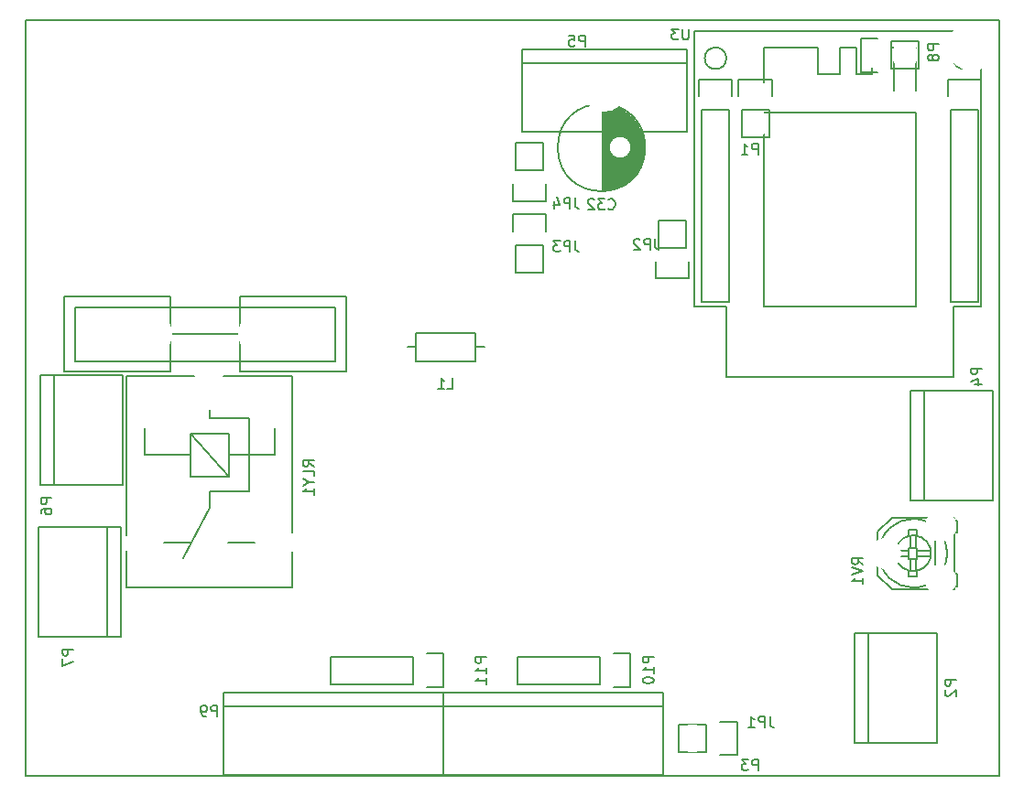
<source format=gbr>
%TF.GenerationSoftware,KiCad,Pcbnew,4.0.2+dfsg1-stable*%
%TF.CreationDate,2019-03-07T19:49:12+01:00*%
%TF.ProjectId,v2,76322E6B696361645F70636200000000,rev?*%
%TF.FileFunction,Legend,Bot*%
%FSLAX46Y46*%
G04 Gerber Fmt 4.6, Leading zero omitted, Abs format (unit mm)*
G04 Created by KiCad (PCBNEW 4.0.2+dfsg1-stable) date czw, 7 mar 2019, 19:49:12*
%MOMM*%
G01*
G04 APERTURE LIST*
%ADD10C,0.100000*%
%ADD11C,0.150000*%
%ADD12R,3.900000X3.900000*%
%ADD13C,3.900000*%
%ADD14O,2.432000X2.127200*%
%ADD15R,2.432000X2.127200*%
%ADD16C,2.700000*%
%ADD17O,2.100000X2.600000*%
%ADD18O,2.120000X2.600000*%
%ADD19C,1.900000*%
%ADD20R,2.432000X2.432000*%
%ADD21O,2.432000X2.432000*%
%ADD22R,2.940000X2.940000*%
%ADD23O,4.200000X3.400000*%
%ADD24C,4.210000*%
%ADD25R,4.210000X4.210000*%
%ADD26C,2.900000*%
%ADD27C,3.400000*%
%ADD28C,2.899360*%
%ADD29R,2.127200X2.432000*%
%ADD30O,2.127200X2.432000*%
%ADD31C,4.464000*%
%ADD32R,1.900000X1.900000*%
G04 APERTURE END LIST*
D10*
D11*
X0Y0D02*
X90000000Y0D01*
X0Y-70000000D02*
X0Y0D01*
X90000000Y-70000000D02*
X0Y-70000000D01*
X90000000Y0D02*
X90000000Y-70000000D01*
X45910500Y-2730500D02*
X45910500Y-10350500D01*
X61150500Y-2730500D02*
X61150500Y-10350500D01*
X45910500Y-4000500D02*
X61150500Y-4000500D01*
X45910500Y-10350500D02*
X61150500Y-10350500D01*
X45910500Y-2730500D02*
X61150500Y-2730500D01*
X64811000Y-33064500D02*
X65311000Y-33064500D01*
X61811000Y-26564500D02*
X64811000Y-26564500D01*
X64811000Y-33064500D02*
X64811000Y-26564500D01*
X80311000Y-2564500D02*
X78311000Y-2564500D01*
X78311000Y-2564500D02*
X78311000Y-5064500D01*
X78311000Y-5064500D02*
X76811000Y-5064500D01*
X76811000Y-5064500D02*
X76811000Y-3064500D01*
X76811000Y-3064500D02*
X76811000Y-2564500D01*
X76811000Y-2564500D02*
X75311000Y-2564500D01*
X75311000Y-2564500D02*
X75311000Y-5064500D01*
X75311000Y-5064500D02*
X74311000Y-5064500D01*
X74311000Y-5064500D02*
X73311000Y-5064500D01*
X73311000Y-5064500D02*
X73311000Y-2564500D01*
X73311000Y-2564500D02*
X68311000Y-2564500D01*
X68311000Y-2564500D02*
X68311000Y-6564500D01*
X82311000Y-6564500D02*
X82311000Y-2564500D01*
X82311000Y-2564500D02*
X80311000Y-2564500D01*
X80311000Y-2564500D02*
X80311000Y-6564500D01*
X82311000Y-8564500D02*
X82311000Y-26564500D01*
X82311000Y-26564500D02*
X69311000Y-26564500D01*
X69311000Y-26564500D02*
X68311000Y-26564500D01*
X68311000Y-26564500D02*
X68311000Y-8564500D01*
X68311000Y-8564500D02*
X82311000Y-8564500D01*
X87811000Y-3564500D02*
G75*
G03X87811000Y-3564500I-1000000J0D01*
G01*
X64811000Y-3564500D02*
G75*
G03X64811000Y-3564500I-1000000J0D01*
G01*
X88311000Y-1064500D02*
X88311000Y-26564500D01*
X88311000Y-26564500D02*
X85811000Y-26564500D01*
X85811000Y-26564500D02*
X85811000Y-33064500D01*
X85811000Y-33064500D02*
X65311000Y-33064500D01*
X61811000Y-26564500D02*
X61811000Y-1064500D01*
X61811000Y-1064500D02*
X88311000Y-1064500D01*
X65361000Y-5514500D02*
X62261000Y-5514500D01*
X65361000Y-7064500D02*
X65361000Y-5514500D01*
X62541000Y-8334500D02*
X65081000Y-8334500D01*
X62261000Y-5514500D02*
X62261000Y-7064500D01*
X65081000Y-26114500D02*
X65081000Y-8334500D01*
X62541000Y-26114500D02*
X65081000Y-26114500D01*
X62541000Y-8334500D02*
X62541000Y-26114500D01*
X85541000Y-8334500D02*
X85541000Y-26114500D01*
X85541000Y-26114500D02*
X88081000Y-26114500D01*
X88081000Y-26114500D02*
X88081000Y-8334500D01*
X85261000Y-5514500D02*
X85261000Y-7064500D01*
X85541000Y-8334500D02*
X88081000Y-8334500D01*
X88361000Y-7064500D02*
X88361000Y-5514500D01*
X88361000Y-5514500D02*
X85261000Y-5514500D01*
X62980000Y-65230000D02*
X60440000Y-65230000D01*
X65800000Y-64950000D02*
X64250000Y-64950000D01*
X62980000Y-65230000D02*
X62980000Y-67770000D01*
X64250000Y-68050000D02*
X65800000Y-68050000D01*
X65800000Y-68050000D02*
X65800000Y-64950000D01*
X62980000Y-67770000D02*
X60440000Y-67770000D01*
X60440000Y-67770000D02*
X60440000Y-65230000D01*
X2660000Y-32920000D02*
X2660000Y-43080000D01*
X1390000Y-32920000D02*
X9010000Y-32920000D01*
X9010000Y-32920000D02*
X9010000Y-43080000D01*
X9010000Y-43080000D02*
X1390000Y-43080000D01*
X1390000Y-43080000D02*
X1390000Y-32920000D01*
X7540000Y-57080000D02*
X7540000Y-46920000D01*
X8810000Y-57080000D02*
X1190000Y-57080000D01*
X1190000Y-57080000D02*
X1190000Y-46920000D01*
X1190000Y-46920000D02*
X8810000Y-46920000D01*
X8810000Y-46920000D02*
X8810000Y-57080000D01*
X19888200Y-29083000D02*
X13385800Y-29083000D01*
X19888200Y-32583120D02*
X19888200Y-25582880D01*
X28635960Y-25582880D02*
X19888200Y-25582880D01*
X28635960Y-32583120D02*
X19888200Y-32583120D01*
X5887720Y-26583640D02*
X4638040Y-26583640D01*
X6136640Y-31582360D02*
X4638040Y-31582360D01*
X18138140Y-26583640D02*
X5887720Y-26583640D01*
X17886680Y-31582360D02*
X6136640Y-31582360D01*
X28635960Y-26583640D02*
X18138140Y-26583640D01*
X28635960Y-31582360D02*
X17886680Y-31582360D01*
X28635960Y-31582360D02*
X28635960Y-26583640D01*
X29636720Y-32583120D02*
X28635960Y-32583120D01*
X29636720Y-32583120D02*
X29636720Y-25582880D01*
X29636720Y-25582880D02*
X28635960Y-25582880D01*
X4638040Y-31582360D02*
X4638040Y-26583640D01*
X13385800Y-32583120D02*
X3637280Y-32583120D01*
X3637280Y-32583120D02*
X3637280Y-25582880D01*
X13385800Y-25582880D02*
X3637280Y-25582880D01*
X13385800Y-32583120D02*
X13385800Y-25582880D01*
X36146740Y-30226000D02*
X35384740Y-30226000D01*
X41607740Y-30226000D02*
X42496740Y-30226000D01*
X36146740Y-28956000D02*
X36146740Y-31623000D01*
X36146740Y-31623000D02*
X41607740Y-31623000D01*
X41607740Y-31623000D02*
X41607740Y-28956000D01*
X41607740Y-28956000D02*
X36146740Y-28956000D01*
X66230500Y-8318500D02*
X66230500Y-10858500D01*
X65950500Y-5498500D02*
X65950500Y-7048500D01*
X66230500Y-8318500D02*
X68770500Y-8318500D01*
X69050500Y-7048500D02*
X69050500Y-5498500D01*
X69050500Y-5498500D02*
X65950500Y-5498500D01*
X68770500Y-8318500D02*
X68770500Y-10858500D01*
X68770500Y-10858500D02*
X66230500Y-10858500D01*
X77960000Y-56720000D02*
X77960000Y-66880000D01*
X76690000Y-56720000D02*
X84310000Y-56720000D01*
X84310000Y-56720000D02*
X84310000Y-66880000D01*
X84310000Y-66880000D02*
X76690000Y-66880000D01*
X76690000Y-66880000D02*
X76690000Y-56720000D01*
X38608000Y-69850000D02*
X38608000Y-62230000D01*
X58928000Y-62230000D02*
X58928000Y-69850000D01*
X58928000Y-63500000D02*
X38608000Y-63500000D01*
X38608000Y-69850000D02*
X58928000Y-69850000D01*
X38608000Y-62230000D02*
X58928000Y-62230000D01*
X83058000Y-34290000D02*
X83058000Y-44450000D01*
X81788000Y-34290000D02*
X89408000Y-34290000D01*
X89408000Y-34290000D02*
X89408000Y-44450000D01*
X89408000Y-44450000D02*
X81788000Y-44450000D01*
X81788000Y-44450000D02*
X81788000Y-34290000D01*
X80090000Y-4540000D02*
X82630000Y-4540000D01*
X77270000Y-4820000D02*
X78820000Y-4820000D01*
X80090000Y-4540000D02*
X80090000Y-2000000D01*
X78820000Y-1720000D02*
X77270000Y-1720000D01*
X77270000Y-1720000D02*
X77270000Y-4820000D01*
X80090000Y-2000000D02*
X82630000Y-2000000D01*
X82630000Y-2000000D02*
X82630000Y-4540000D01*
X24718000Y-49226500D02*
X24718000Y-52526500D01*
X24718000Y-52526500D02*
X9318000Y-52526500D01*
X9318000Y-52526500D02*
X9318000Y-49176500D01*
X18368000Y-32926500D02*
X24718000Y-32926500D01*
X24718000Y-32926500D02*
X24718000Y-47476500D01*
X15618000Y-32926500D02*
X9318000Y-32926500D01*
X9318000Y-32926500D02*
X9318000Y-47676500D01*
X9368000Y-32926500D02*
X15618000Y-32926500D01*
X21218000Y-48376500D02*
X18768000Y-48376500D01*
X12818000Y-48376500D02*
X15318000Y-48376500D01*
X23068000Y-37776500D02*
X23068000Y-40276500D01*
X17068000Y-36876500D02*
X17068000Y-36076500D01*
X11068000Y-40276500D02*
X11068000Y-37776500D01*
X17068000Y-43676500D02*
X17068000Y-45176500D01*
X17068000Y-45176500D02*
X14568000Y-49776500D01*
X20668000Y-43676500D02*
X20668000Y-36876500D01*
X17068000Y-43676500D02*
X20668000Y-43676500D01*
X17068000Y-36876500D02*
X20668000Y-36876500D01*
X11068000Y-40276500D02*
X15268000Y-40276500D01*
X18868000Y-40276500D02*
X23068000Y-40276500D01*
X18868000Y-42276500D02*
X15268000Y-38276500D01*
X18868000Y-38276500D02*
X15268000Y-38276500D01*
X15268000Y-38276500D02*
X15268000Y-42276500D01*
X15268000Y-42276500D02*
X18868000Y-42276500D01*
X18868000Y-42276500D02*
X18868000Y-38276500D01*
X81701640Y-49108360D02*
X80939640Y-49108360D01*
X81701640Y-49616360D02*
X80939640Y-49616360D01*
X83733640Y-49108360D02*
G75*
G02X82336640Y-51013360I-1651000J-254000D01*
G01*
X82209640Y-47711360D02*
G75*
G02X83733640Y-49489360I-127000J-1651000D01*
G01*
X82971640Y-50759360D02*
G75*
G02X80685640Y-50251360I-889000J1397000D01*
G01*
X80685640Y-48473360D02*
G75*
G02X82971640Y-47965360I1397000J-889000D01*
G01*
X85892640Y-46060360D02*
X85765640Y-46060360D01*
X82082640Y-46060360D02*
X83479640Y-46060360D01*
X85892640Y-52664360D02*
X85765640Y-52664360D01*
X82082640Y-52664360D02*
X83479640Y-52664360D01*
X85003640Y-48219360D02*
X85130640Y-48600360D01*
X85130640Y-48600360D02*
X85257640Y-49362360D01*
X85257640Y-49362360D02*
X85130640Y-50124360D01*
X85130640Y-50124360D02*
X85003640Y-50505360D01*
X84114640Y-48092360D02*
X84114640Y-50632360D01*
X83352640Y-52283360D02*
G75*
G02X79161640Y-50632360I-1270000J2921000D01*
G01*
X79161640Y-48092360D02*
G75*
G02X83352640Y-46441360I2921000J-1270000D01*
G01*
X78780640Y-51394360D02*
X78780640Y-50505360D01*
X78780640Y-48219360D02*
X78780640Y-47330360D01*
X81701640Y-51013360D02*
X81701640Y-51521360D01*
X81701640Y-51521360D02*
X82463640Y-51521360D01*
X82463640Y-51521360D02*
X82463640Y-51013360D01*
X81701640Y-47711360D02*
X81701640Y-47203360D01*
X81701640Y-47203360D02*
X82463640Y-47203360D01*
X82463640Y-47203360D02*
X82463640Y-47711360D01*
X82336640Y-49870360D02*
X82336640Y-51013360D01*
X81828640Y-49870360D02*
X81828640Y-51013360D01*
X82336640Y-48854360D02*
X82336640Y-47711360D01*
X81828640Y-48854360D02*
X81828640Y-47711360D01*
X82463640Y-49616360D02*
X83733640Y-49616360D01*
X82463640Y-49108360D02*
X83733640Y-49108360D01*
X81701640Y-48854360D02*
X82463640Y-48854360D01*
X82463640Y-48854360D02*
X82463640Y-49870360D01*
X82463640Y-49870360D02*
X81701640Y-49870360D01*
X81701640Y-49870360D02*
X81701640Y-48854360D01*
X78780640Y-47330360D02*
X80177640Y-46060360D01*
X80177640Y-46060360D02*
X82082640Y-46060360D01*
X78780640Y-51394360D02*
X80177640Y-52664360D01*
X80177640Y-52664360D02*
X82082640Y-52664360D01*
X85892640Y-52410360D02*
X86146640Y-52410360D01*
X86146640Y-52410360D02*
X86146640Y-51267360D01*
X86146640Y-51267360D02*
X85892640Y-51267360D01*
X85892640Y-46314360D02*
X86146640Y-46314360D01*
X86146640Y-46314360D02*
X86146640Y-47457360D01*
X86146640Y-47457360D02*
X85892640Y-47457360D01*
X85892640Y-46060360D02*
X85892640Y-52664360D01*
X47890000Y-13950000D02*
X47890000Y-11410000D01*
X48170000Y-16770000D02*
X48170000Y-15220000D01*
X47890000Y-13950000D02*
X45350000Y-13950000D01*
X45070000Y-15220000D02*
X45070000Y-16770000D01*
X45070000Y-16770000D02*
X48170000Y-16770000D01*
X45350000Y-13950000D02*
X45350000Y-11410000D01*
X45350000Y-11410000D02*
X47890000Y-11410000D01*
X61087000Y-21082000D02*
X61087000Y-18542000D01*
X61367000Y-23902000D02*
X61367000Y-22352000D01*
X61087000Y-21082000D02*
X58547000Y-21082000D01*
X58267000Y-22352000D02*
X58267000Y-23902000D01*
X58267000Y-23902000D02*
X61367000Y-23902000D01*
X58547000Y-21082000D02*
X58547000Y-18542000D01*
X58547000Y-18542000D02*
X61087000Y-18542000D01*
X45350000Y-20840000D02*
X45350000Y-23380000D01*
X45070000Y-18020000D02*
X45070000Y-19570000D01*
X45350000Y-20840000D02*
X47890000Y-20840000D01*
X48170000Y-19570000D02*
X48170000Y-18020000D01*
X48170000Y-18020000D02*
X45070000Y-18020000D01*
X47890000Y-20840000D02*
X47890000Y-23380000D01*
X47890000Y-23380000D02*
X45350000Y-23380000D01*
X18288000Y-69850000D02*
X18288000Y-62230000D01*
X38608000Y-62230000D02*
X38608000Y-69850000D01*
X38608000Y-63500000D02*
X18288000Y-63500000D01*
X18288000Y-69850000D02*
X38608000Y-69850000D01*
X18288000Y-62230000D02*
X38608000Y-62230000D01*
X53086000Y-61468000D02*
X45466000Y-61468000D01*
X53086000Y-58928000D02*
X45466000Y-58928000D01*
X55906000Y-58648000D02*
X54356000Y-58648000D01*
X45466000Y-61468000D02*
X45466000Y-58928000D01*
X53086000Y-58928000D02*
X53086000Y-61468000D01*
X54356000Y-61748000D02*
X55906000Y-61748000D01*
X55906000Y-61748000D02*
X55906000Y-58648000D01*
X35814000Y-61468000D02*
X28194000Y-61468000D01*
X35814000Y-58928000D02*
X28194000Y-58928000D01*
X38634000Y-58648000D02*
X37084000Y-58648000D01*
X28194000Y-61468000D02*
X28194000Y-58928000D01*
X35814000Y-58928000D02*
X35814000Y-61468000D01*
X37084000Y-61748000D02*
X38634000Y-61748000D01*
X38634000Y-61748000D02*
X38634000Y-58648000D01*
X53345000Y-15819000D02*
X53345000Y-7821000D01*
X53485000Y-15814000D02*
X53485000Y-7826000D01*
X53625000Y-15804000D02*
X53625000Y-7836000D01*
X53765000Y-15789000D02*
X53765000Y-7851000D01*
X53905000Y-15769000D02*
X53905000Y-7871000D01*
X54045000Y-15744000D02*
X54045000Y-12042000D01*
X54045000Y-11598000D02*
X54045000Y-7896000D01*
X54185000Y-15714000D02*
X54185000Y-12370000D01*
X54185000Y-11270000D02*
X54185000Y-7926000D01*
X54325000Y-15678000D02*
X54325000Y-12539000D01*
X54325000Y-11101000D02*
X54325000Y-7962000D01*
X54465000Y-15637000D02*
X54465000Y-12652000D01*
X54465000Y-10988000D02*
X54465000Y-8003000D01*
X54605000Y-15591000D02*
X54605000Y-12730000D01*
X54605000Y-10910000D02*
X54605000Y-8049000D01*
X54745000Y-15538000D02*
X54745000Y-12781000D01*
X54745000Y-10859000D02*
X54745000Y-8102000D01*
X54885000Y-15479000D02*
X54885000Y-12811000D01*
X54885000Y-10829000D02*
X54885000Y-8161000D01*
X55025000Y-15414000D02*
X55025000Y-12820000D01*
X55025000Y-10820000D02*
X55025000Y-8226000D01*
X55165000Y-15343000D02*
X55165000Y-12809000D01*
X55165000Y-10831000D02*
X55165000Y-8297000D01*
X55305000Y-15264000D02*
X55305000Y-12779000D01*
X55305000Y-10861000D02*
X55305000Y-8376000D01*
X55445000Y-15177000D02*
X55445000Y-12725000D01*
X55445000Y-10915000D02*
X55445000Y-8463000D01*
X55585000Y-15082000D02*
X55585000Y-12645000D01*
X55585000Y-10995000D02*
X55585000Y-8558000D01*
X55725000Y-14978000D02*
X55725000Y-12529000D01*
X55725000Y-11111000D02*
X55725000Y-8662000D01*
X55865000Y-14864000D02*
X55865000Y-12355000D01*
X55865000Y-11285000D02*
X55865000Y-8776000D01*
X56005000Y-14739000D02*
X56005000Y-11993000D01*
X56005000Y-11647000D02*
X56005000Y-8901000D01*
X56145000Y-14601000D02*
X56145000Y-9039000D01*
X56285000Y-14449000D02*
X56285000Y-9191000D01*
X56425000Y-14279000D02*
X56425000Y-9361000D01*
X56565000Y-14088000D02*
X56565000Y-9552000D01*
X56705000Y-13870000D02*
X56705000Y-9770000D01*
X56845000Y-13614000D02*
X56845000Y-10026000D01*
X56985000Y-13303000D02*
X56985000Y-10337000D01*
X57125000Y-12887000D02*
X57125000Y-10753000D01*
X57265000Y-12020000D02*
X57265000Y-11620000D01*
X56020000Y-11820000D02*
G75*
G03X56020000Y-11820000I-1000000J0D01*
G01*
X57307500Y-11820000D02*
G75*
G03X57307500Y-11820000I-4037500J0D01*
G01*
X51738095Y-2452381D02*
X51738095Y-1452381D01*
X51357142Y-1452381D01*
X51261904Y-1500000D01*
X51214285Y-1547619D01*
X51166666Y-1642857D01*
X51166666Y-1785714D01*
X51214285Y-1880952D01*
X51261904Y-1928571D01*
X51357142Y-1976190D01*
X51738095Y-1976190D01*
X50261904Y-1452381D02*
X50738095Y-1452381D01*
X50785714Y-1928571D01*
X50738095Y-1880952D01*
X50642857Y-1833333D01*
X50404761Y-1833333D01*
X50309523Y-1880952D01*
X50261904Y-1928571D01*
X50214285Y-2023810D01*
X50214285Y-2261905D01*
X50261904Y-2357143D01*
X50309523Y-2404762D01*
X50404761Y-2452381D01*
X50642857Y-2452381D01*
X50738095Y-2404762D01*
X50785714Y-2357143D01*
X61335905Y-846381D02*
X61335905Y-1655905D01*
X61288286Y-1751143D01*
X61240667Y-1798762D01*
X61145429Y-1846381D01*
X60954952Y-1846381D01*
X60859714Y-1798762D01*
X60812095Y-1751143D01*
X60764476Y-1655905D01*
X60764476Y-846381D01*
X60383524Y-846381D02*
X59764476Y-846381D01*
X60097810Y-1227333D01*
X59954952Y-1227333D01*
X59859714Y-1274952D01*
X59812095Y-1322571D01*
X59764476Y-1417810D01*
X59764476Y-1655905D01*
X59812095Y-1751143D01*
X59859714Y-1798762D01*
X59954952Y-1846381D01*
X60240667Y-1846381D01*
X60335905Y-1798762D01*
X60383524Y-1751143D01*
X68833333Y-64452381D02*
X68833333Y-65166667D01*
X68880953Y-65309524D01*
X68976191Y-65404762D01*
X69119048Y-65452381D01*
X69214286Y-65452381D01*
X68357143Y-65452381D02*
X68357143Y-64452381D01*
X67976190Y-64452381D01*
X67880952Y-64500000D01*
X67833333Y-64547619D01*
X67785714Y-64642857D01*
X67785714Y-64785714D01*
X67833333Y-64880952D01*
X67880952Y-64928571D01*
X67976190Y-64976190D01*
X68357143Y-64976190D01*
X66833333Y-65452381D02*
X67404762Y-65452381D01*
X67119048Y-65452381D02*
X67119048Y-64452381D01*
X67214286Y-64595238D01*
X67309524Y-64690476D01*
X67404762Y-64738095D01*
X2452381Y-44261905D02*
X1452381Y-44261905D01*
X1452381Y-44642858D01*
X1500000Y-44738096D01*
X1547619Y-44785715D01*
X1642857Y-44833334D01*
X1785714Y-44833334D01*
X1880952Y-44785715D01*
X1928571Y-44738096D01*
X1976190Y-44642858D01*
X1976190Y-44261905D01*
X1452381Y-45690477D02*
X1452381Y-45500000D01*
X1500000Y-45404762D01*
X1547619Y-45357143D01*
X1690476Y-45261905D01*
X1880952Y-45214286D01*
X2261905Y-45214286D01*
X2357143Y-45261905D01*
X2404762Y-45309524D01*
X2452381Y-45404762D01*
X2452381Y-45595239D01*
X2404762Y-45690477D01*
X2357143Y-45738096D01*
X2261905Y-45785715D01*
X2023810Y-45785715D01*
X1928571Y-45738096D01*
X1880952Y-45690477D01*
X1833333Y-45595239D01*
X1833333Y-45404762D01*
X1880952Y-45309524D01*
X1928571Y-45261905D01*
X2023810Y-45214286D01*
X4452381Y-58261905D02*
X3452381Y-58261905D01*
X3452381Y-58642858D01*
X3500000Y-58738096D01*
X3547619Y-58785715D01*
X3642857Y-58833334D01*
X3785714Y-58833334D01*
X3880952Y-58785715D01*
X3928571Y-58738096D01*
X3976190Y-58642858D01*
X3976190Y-58261905D01*
X3452381Y-59166667D02*
X3452381Y-59833334D01*
X4452381Y-59404762D01*
X16970333Y-34091571D02*
X17303667Y-34091571D01*
X17303667Y-34615381D02*
X17303667Y-33615381D01*
X16827476Y-33615381D01*
X15922714Y-34615381D02*
X16494143Y-34615381D01*
X16208429Y-34615381D02*
X16208429Y-33615381D01*
X16303667Y-33758238D01*
X16398905Y-33853476D01*
X16494143Y-33901095D01*
X39028666Y-34178501D02*
X39504857Y-34178501D01*
X39504857Y-33178501D01*
X38171523Y-34178501D02*
X38742952Y-34178501D01*
X38457238Y-34178501D02*
X38457238Y-33178501D01*
X38552476Y-33321358D01*
X38647714Y-33416596D01*
X38742952Y-33464215D01*
X67738095Y-12452381D02*
X67738095Y-11452381D01*
X67357142Y-11452381D01*
X67261904Y-11500000D01*
X67214285Y-11547619D01*
X67166666Y-11642857D01*
X67166666Y-11785714D01*
X67214285Y-11880952D01*
X67261904Y-11928571D01*
X67357142Y-11976190D01*
X67738095Y-11976190D01*
X66214285Y-12452381D02*
X66785714Y-12452381D01*
X66500000Y-12452381D02*
X66500000Y-11452381D01*
X66595238Y-11595238D01*
X66690476Y-11690476D01*
X66785714Y-11738095D01*
X86032381Y-61061905D02*
X85032381Y-61061905D01*
X85032381Y-61442858D01*
X85080000Y-61538096D01*
X85127619Y-61585715D01*
X85222857Y-61633334D01*
X85365714Y-61633334D01*
X85460952Y-61585715D01*
X85508571Y-61538096D01*
X85556190Y-61442858D01*
X85556190Y-61061905D01*
X85127619Y-62014286D02*
X85080000Y-62061905D01*
X85032381Y-62157143D01*
X85032381Y-62395239D01*
X85080000Y-62490477D01*
X85127619Y-62538096D01*
X85222857Y-62585715D01*
X85318095Y-62585715D01*
X85460952Y-62538096D01*
X86032381Y-61966667D01*
X86032381Y-62585715D01*
X67738095Y-69452381D02*
X67738095Y-68452381D01*
X67357142Y-68452381D01*
X67261904Y-68500000D01*
X67214285Y-68547619D01*
X67166666Y-68642857D01*
X67166666Y-68785714D01*
X67214285Y-68880952D01*
X67261904Y-68928571D01*
X67357142Y-68976190D01*
X67738095Y-68976190D01*
X66833333Y-68452381D02*
X66214285Y-68452381D01*
X66547619Y-68833333D01*
X66404761Y-68833333D01*
X66309523Y-68880952D01*
X66261904Y-68928571D01*
X66214285Y-69023810D01*
X66214285Y-69261905D01*
X66261904Y-69357143D01*
X66309523Y-69404762D01*
X66404761Y-69452381D01*
X66690476Y-69452381D01*
X66785714Y-69404762D01*
X66833333Y-69357143D01*
X88452381Y-32261905D02*
X87452381Y-32261905D01*
X87452381Y-32642858D01*
X87500000Y-32738096D01*
X87547619Y-32785715D01*
X87642857Y-32833334D01*
X87785714Y-32833334D01*
X87880952Y-32785715D01*
X87928571Y-32738096D01*
X87976190Y-32642858D01*
X87976190Y-32261905D01*
X87785714Y-33690477D02*
X88452381Y-33690477D01*
X87404762Y-33452381D02*
X88119048Y-33214286D01*
X88119048Y-33833334D01*
X84452381Y-2261905D02*
X83452381Y-2261905D01*
X83452381Y-2642858D01*
X83500000Y-2738096D01*
X83547619Y-2785715D01*
X83642857Y-2833334D01*
X83785714Y-2833334D01*
X83880952Y-2785715D01*
X83928571Y-2738096D01*
X83976190Y-2642858D01*
X83976190Y-2261905D01*
X83880952Y-3404762D02*
X83833333Y-3309524D01*
X83785714Y-3261905D01*
X83690476Y-3214286D01*
X83642857Y-3214286D01*
X83547619Y-3261905D01*
X83500000Y-3309524D01*
X83452381Y-3404762D01*
X83452381Y-3595239D01*
X83500000Y-3690477D01*
X83547619Y-3738096D01*
X83642857Y-3785715D01*
X83690476Y-3785715D01*
X83785714Y-3738096D01*
X83833333Y-3690477D01*
X83880952Y-3595239D01*
X83880952Y-3404762D01*
X83928571Y-3309524D01*
X83976190Y-3261905D01*
X84071429Y-3214286D01*
X84261905Y-3214286D01*
X84357143Y-3261905D01*
X84404762Y-3309524D01*
X84452381Y-3404762D01*
X84452381Y-3595239D01*
X84404762Y-3690477D01*
X84357143Y-3738096D01*
X84261905Y-3785715D01*
X84071429Y-3785715D01*
X83976190Y-3738096D01*
X83928571Y-3690477D01*
X83880952Y-3595239D01*
X26670381Y-41326500D02*
X26194190Y-40993166D01*
X26670381Y-40755071D02*
X25670381Y-40755071D01*
X25670381Y-41136024D01*
X25718000Y-41231262D01*
X25765619Y-41278881D01*
X25860857Y-41326500D01*
X26003714Y-41326500D01*
X26098952Y-41278881D01*
X26146571Y-41231262D01*
X26194190Y-41136024D01*
X26194190Y-40755071D01*
X26670381Y-42231262D02*
X26670381Y-41755071D01*
X25670381Y-41755071D01*
X26194190Y-42755071D02*
X26670381Y-42755071D01*
X25670381Y-42421738D02*
X26194190Y-42755071D01*
X25670381Y-43088405D01*
X26670381Y-43945548D02*
X26670381Y-43374119D01*
X26670381Y-43659833D02*
X25670381Y-43659833D01*
X25813238Y-43564595D01*
X25908476Y-43469357D01*
X25956095Y-43374119D01*
X77452381Y-50404762D02*
X76976190Y-50071428D01*
X77452381Y-49833333D02*
X76452381Y-49833333D01*
X76452381Y-50214286D01*
X76500000Y-50309524D01*
X76547619Y-50357143D01*
X76642857Y-50404762D01*
X76785714Y-50404762D01*
X76880952Y-50357143D01*
X76928571Y-50309524D01*
X76976190Y-50214286D01*
X76976190Y-49833333D01*
X76452381Y-50690476D02*
X77452381Y-51023809D01*
X76452381Y-51357143D01*
X77452381Y-52214286D02*
X77452381Y-51642857D01*
X77452381Y-51928571D02*
X76452381Y-51928571D01*
X76595238Y-51833333D01*
X76690476Y-51738095D01*
X76738095Y-51642857D01*
X50833333Y-16452381D02*
X50833333Y-17166667D01*
X50880953Y-17309524D01*
X50976191Y-17404762D01*
X51119048Y-17452381D01*
X51214286Y-17452381D01*
X50357143Y-17452381D02*
X50357143Y-16452381D01*
X49976190Y-16452381D01*
X49880952Y-16500000D01*
X49833333Y-16547619D01*
X49785714Y-16642857D01*
X49785714Y-16785714D01*
X49833333Y-16880952D01*
X49880952Y-16928571D01*
X49976190Y-16976190D01*
X50357143Y-16976190D01*
X48928571Y-16785714D02*
X48928571Y-17452381D01*
X49166667Y-16404762D02*
X49404762Y-17119048D01*
X48785714Y-17119048D01*
X58237333Y-20280381D02*
X58237333Y-20994667D01*
X58284953Y-21137524D01*
X58380191Y-21232762D01*
X58523048Y-21280381D01*
X58618286Y-21280381D01*
X57761143Y-21280381D02*
X57761143Y-20280381D01*
X57380190Y-20280381D01*
X57284952Y-20328000D01*
X57237333Y-20375619D01*
X57189714Y-20470857D01*
X57189714Y-20613714D01*
X57237333Y-20708952D01*
X57284952Y-20756571D01*
X57380190Y-20804190D01*
X57761143Y-20804190D01*
X56808762Y-20375619D02*
X56761143Y-20328000D01*
X56665905Y-20280381D01*
X56427809Y-20280381D01*
X56332571Y-20328000D01*
X56284952Y-20375619D01*
X56237333Y-20470857D01*
X56237333Y-20566095D01*
X56284952Y-20708952D01*
X56856381Y-21280381D01*
X56237333Y-21280381D01*
X50833333Y-20452381D02*
X50833333Y-21166667D01*
X50880953Y-21309524D01*
X50976191Y-21404762D01*
X51119048Y-21452381D01*
X51214286Y-21452381D01*
X50357143Y-21452381D02*
X50357143Y-20452381D01*
X49976190Y-20452381D01*
X49880952Y-20500000D01*
X49833333Y-20547619D01*
X49785714Y-20642857D01*
X49785714Y-20785714D01*
X49833333Y-20880952D01*
X49880952Y-20928571D01*
X49976190Y-20976190D01*
X50357143Y-20976190D01*
X49452381Y-20452381D02*
X48833333Y-20452381D01*
X49166667Y-20833333D01*
X49023809Y-20833333D01*
X48928571Y-20880952D01*
X48880952Y-20928571D01*
X48833333Y-21023810D01*
X48833333Y-21261905D01*
X48880952Y-21357143D01*
X48928571Y-21404762D01*
X49023809Y-21452381D01*
X49309524Y-21452381D01*
X49404762Y-21404762D01*
X49452381Y-21357143D01*
X17738095Y-64452381D02*
X17738095Y-63452381D01*
X17357142Y-63452381D01*
X17261904Y-63500000D01*
X17214285Y-63547619D01*
X17166666Y-63642857D01*
X17166666Y-63785714D01*
X17214285Y-63880952D01*
X17261904Y-63928571D01*
X17357142Y-63976190D01*
X17738095Y-63976190D01*
X16690476Y-64452381D02*
X16500000Y-64452381D01*
X16404761Y-64404762D01*
X16357142Y-64357143D01*
X16261904Y-64214286D01*
X16214285Y-64023810D01*
X16214285Y-63642857D01*
X16261904Y-63547619D01*
X16309523Y-63500000D01*
X16404761Y-63452381D01*
X16595238Y-63452381D01*
X16690476Y-63500000D01*
X16738095Y-63547619D01*
X16785714Y-63642857D01*
X16785714Y-63880952D01*
X16738095Y-63976190D01*
X16690476Y-64023810D01*
X16595238Y-64071429D01*
X16404761Y-64071429D01*
X16309523Y-64023810D01*
X16261904Y-63976190D01*
X16214285Y-63880952D01*
X58098381Y-58933714D02*
X57098381Y-58933714D01*
X57098381Y-59314667D01*
X57146000Y-59409905D01*
X57193619Y-59457524D01*
X57288857Y-59505143D01*
X57431714Y-59505143D01*
X57526952Y-59457524D01*
X57574571Y-59409905D01*
X57622190Y-59314667D01*
X57622190Y-58933714D01*
X58098381Y-60457524D02*
X58098381Y-59886095D01*
X58098381Y-60171809D02*
X57098381Y-60171809D01*
X57241238Y-60076571D01*
X57336476Y-59981333D01*
X57384095Y-59886095D01*
X57098381Y-61076571D02*
X57098381Y-61171810D01*
X57146000Y-61267048D01*
X57193619Y-61314667D01*
X57288857Y-61362286D01*
X57479333Y-61409905D01*
X57717429Y-61409905D01*
X57907905Y-61362286D01*
X58003143Y-61314667D01*
X58050762Y-61267048D01*
X58098381Y-61171810D01*
X58098381Y-61076571D01*
X58050762Y-60981333D01*
X58003143Y-60933714D01*
X57907905Y-60886095D01*
X57717429Y-60838476D01*
X57479333Y-60838476D01*
X57288857Y-60886095D01*
X57193619Y-60933714D01*
X57146000Y-60981333D01*
X57098381Y-61076571D01*
X42636381Y-58983714D02*
X41636381Y-58983714D01*
X41636381Y-59364667D01*
X41684000Y-59459905D01*
X41731619Y-59507524D01*
X41826857Y-59555143D01*
X41969714Y-59555143D01*
X42064952Y-59507524D01*
X42112571Y-59459905D01*
X42160190Y-59364667D01*
X42160190Y-58983714D01*
X42636381Y-60507524D02*
X42636381Y-59936095D01*
X42636381Y-60221809D02*
X41636381Y-60221809D01*
X41779238Y-60126571D01*
X41874476Y-60031333D01*
X41922095Y-59936095D01*
X42636381Y-61459905D02*
X42636381Y-60888476D01*
X42636381Y-61174190D02*
X41636381Y-61174190D01*
X41779238Y-61078952D01*
X41874476Y-60983714D01*
X41922095Y-60888476D01*
X53912857Y-17477143D02*
X53960476Y-17524762D01*
X54103333Y-17572381D01*
X54198571Y-17572381D01*
X54341429Y-17524762D01*
X54436667Y-17429524D01*
X54484286Y-17334286D01*
X54531905Y-17143810D01*
X54531905Y-17000952D01*
X54484286Y-16810476D01*
X54436667Y-16715238D01*
X54341429Y-16620000D01*
X54198571Y-16572381D01*
X54103333Y-16572381D01*
X53960476Y-16620000D01*
X53912857Y-16667619D01*
X53579524Y-16572381D02*
X52960476Y-16572381D01*
X53293810Y-16953333D01*
X53150952Y-16953333D01*
X53055714Y-17000952D01*
X53008095Y-17048571D01*
X52960476Y-17143810D01*
X52960476Y-17381905D01*
X53008095Y-17477143D01*
X53055714Y-17524762D01*
X53150952Y-17572381D01*
X53436667Y-17572381D01*
X53531905Y-17524762D01*
X53579524Y-17477143D01*
X52579524Y-16667619D02*
X52531905Y-16620000D01*
X52436667Y-16572381D01*
X52198571Y-16572381D01*
X52103333Y-16620000D01*
X52055714Y-16667619D01*
X52008095Y-16762857D01*
X52008095Y-16858095D01*
X52055714Y-17000952D01*
X52627143Y-17572381D01*
X52008095Y-17572381D01*
%LPC*%
D12*
X48450500Y-6540500D03*
D13*
X53530500Y-6540500D03*
X58610500Y-6540500D03*
D14*
X63811000Y-24844500D03*
X63811000Y-22304500D03*
X63811000Y-19764500D03*
X63811000Y-17224500D03*
X63811000Y-14684500D03*
X63811000Y-12144500D03*
X63811000Y-9604500D03*
D15*
X63811000Y-7064500D03*
X86811000Y-7064500D03*
D14*
X86811000Y-9604500D03*
X86811000Y-12144500D03*
X86811000Y-14684500D03*
X86811000Y-17224500D03*
X86811000Y-19764500D03*
X86811000Y-22304500D03*
X86811000Y-24844500D03*
D16*
X40480000Y-4000000D03*
X10000000Y-4000000D03*
X15080000Y-4000000D03*
X40480000Y-21180000D03*
X35400000Y-21180000D03*
D17*
X64250000Y-66500000D03*
D18*
X61710000Y-66500000D03*
D12*
X5200000Y-40540000D03*
D13*
X5200000Y-35460000D03*
D12*
X5000000Y-49460000D03*
D13*
X5000000Y-54540000D03*
X21638260Y-29083000D03*
X26636980Y-29083000D03*
X11635740Y-29083000D03*
X6637020Y-29083000D03*
D19*
X33860740Y-30226000D03*
X44020740Y-30226000D03*
D20*
X67500500Y-7048500D03*
D21*
X67500500Y-9588500D03*
D22*
X80500000Y-64340000D03*
D23*
X80500000Y-59260000D03*
D24*
X46228000Y-66040000D03*
X51308000Y-66040000D03*
D25*
X41148000Y-66040000D03*
D24*
X56388000Y-66040000D03*
D12*
X85598000Y-41910000D03*
D13*
X85598000Y-36830000D03*
D20*
X78820000Y-3270000D03*
D21*
X81360000Y-3270000D03*
D26*
X23068000Y-36176500D03*
D27*
X23068000Y-48376500D03*
X11018000Y-48426500D03*
D26*
X11068000Y-36176500D03*
D27*
X17018000Y-34226500D03*
D28*
X79542640Y-49362360D03*
X84582000Y-51861720D03*
X84582000Y-46863000D03*
D20*
X46620000Y-15220000D03*
D21*
X46620000Y-12680000D03*
D20*
X59817000Y-22352000D03*
D21*
X59817000Y-19812000D03*
D20*
X46620000Y-19570000D03*
D21*
X46620000Y-22110000D03*
D24*
X25908000Y-66040000D03*
X30988000Y-66040000D03*
D25*
X20828000Y-66040000D03*
D24*
X36068000Y-66040000D03*
D29*
X54356000Y-60198000D03*
D30*
X51816000Y-60198000D03*
X49276000Y-60198000D03*
X46736000Y-60198000D03*
D29*
X37084000Y-60198000D03*
D30*
X34544000Y-60198000D03*
X32004000Y-60198000D03*
X29464000Y-60198000D03*
D31*
X87500000Y-67500000D03*
X2500000Y-67500000D03*
X2500000Y-2500000D03*
X87500000Y-2500000D03*
D19*
X55020000Y-11820000D03*
D32*
X51520000Y-11820000D03*
M02*

</source>
